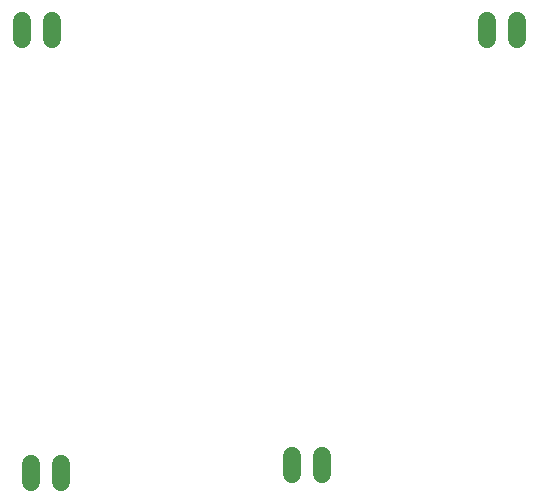
<source format=gbr>
G04 EAGLE Gerber RS-274X export*
G75*
%MOMM*%
%FSLAX34Y34*%
%LPD*%
%INBottom Copper*%
%IPPOS*%
%AMOC8*
5,1,8,0,0,1.08239X$1,22.5*%
G01*
%ADD10C,1.524000*%


D10*
X139700Y906780D02*
X139700Y922020D01*
X165100Y922020D02*
X165100Y906780D01*
X558800Y906780D02*
X558800Y922020D01*
X533400Y922020D02*
X533400Y906780D01*
X393700Y553720D02*
X393700Y538480D01*
X368300Y538480D02*
X368300Y553720D01*
X173228Y546608D02*
X173228Y531368D01*
X147828Y531368D02*
X147828Y546608D01*
M02*

</source>
